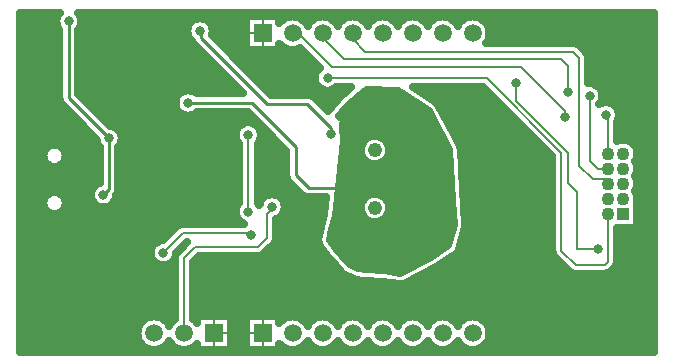
<source format=gbl>
G04 DipTrace 3.3.1.3*
G04 cmsis_dap.gbl*
%MOIN*%
G04 #@! TF.FileFunction,Copper,L2,Bot*
G04 #@! TF.Part,Single*
G04 #@! TA.AperFunction,Conductor*
%ADD13C,0.01*%
%ADD14C,0.008*%
G04 #@! TA.AperFunction,CopperBalancing*
%ADD15C,0.025*%
%ADD16C,0.00799*%
G04 #@! TA.AperFunction,ComponentPad*
%ADD21R,0.059055X0.059055*%
%ADD22C,0.059055*%
%ADD26R,0.043307X0.043307*%
%ADD27C,0.043307*%
%ADD35C,0.047638*%
G04 #@! TA.AperFunction,ViaPad*
%ADD36C,0.031496*%
%FSLAX26Y26*%
G04*
G70*
G90*
G75*
G01*
G04 Bottom*
%LPD*%
X2086613Y1169291D2*
D13*
X2082676Y1173228D1*
X2074802Y681102D2*
X2070865Y685039D1*
Y874015D2*
X2062991Y866141D1*
X740157Y1196850D2*
X736220Y1200787D1*
X1019684Y1488188D2*
X1023621D1*
Y1464566D1*
X1244094Y1244094D1*
X1377952D1*
X1456692Y1165354D1*
Y1145669D1*
X1259842Y901574D2*
D14*
X1263779Y897637D1*
X1244094Y877952D1*
Y799212D1*
X1212598Y767716D1*
X1003936D1*
X966928Y730708D1*
Y480314D1*
X697637Y941731D2*
D13*
X716535Y960629D1*
Y1129920D1*
X582676Y1263779D1*
Y1519684D1*
X1822834Y917322D2*
Y964566D1*
X1381889D1*
X1338582Y1007873D1*
Y1102361D1*
X1192913Y1248031D1*
X980314D1*
X1511810Y1170472D2*
X1514566Y1173228D1*
X1188976Y807086D2*
D14*
X1181102Y814960D1*
X964566D1*
X897637Y748031D1*
X2379133Y877952D2*
Y719291D1*
X2368503Y708661D1*
X2271653D1*
X2224409Y755905D1*
Y1082676D1*
X1976377Y1330708D1*
X1444881D1*
X2379133Y977952D2*
Y990944D1*
X2375591Y994486D1*
X2328347D1*
X2283464Y1039369D1*
Y1397637D1*
X2263779Y1417322D1*
X1570865D1*
X1528346Y1459842D1*
Y1480314D1*
X1181102Y885826D2*
Y1141731D1*
X2379133Y1077952D2*
Y1203543D1*
X2374015Y1208661D1*
X2236220Y1200787D2*
Y1220472D1*
X2090550Y1366141D1*
X1460629D1*
X1346456Y1480314D1*
X1328346D1*
X2379133Y1027952D2*
X2346062D1*
X2318897Y1055117D1*
Y1271653D1*
X2248031Y1283464D2*
Y1370078D1*
X2224409Y1393700D1*
X1499999D1*
X1428346Y1465354D1*
Y1480314D1*
X2346456Y759842D2*
X2275590D1*
Y952755D1*
X2248031Y980314D1*
Y1082676D1*
X2074802Y1255905D1*
Y1314960D1*
D36*
X2086613Y1169291D3*
X2074802Y681102D3*
X2070865Y874015D3*
X740157Y1196850D3*
X1019684Y1488188D3*
X1456692Y1145669D3*
X1259842Y901574D3*
X697637Y941731D3*
X582676Y1519684D3*
X716535Y1129920D3*
X1822834Y917322D3*
X980314Y1248031D3*
X1511810Y1170472D3*
X1188976Y807086D3*
X897637Y748031D3*
X1444881Y1330708D3*
X1181102Y885826D3*
Y1141731D3*
X2374015Y1208661D3*
X2236220Y1200787D3*
X2318897Y1271653D3*
X2248031Y1283464D3*
X2346456Y759842D3*
X2074802Y1314960D3*
X421718Y1524434D2*
D15*
X538186D1*
X627155D2*
X995494D1*
X1043878D2*
X1169819D1*
X1365364D2*
X1391297D1*
X1465374D2*
X1491306D1*
X1565383D2*
X1591315D1*
X1665392D2*
X1691324D1*
X1765365D2*
X1791298D1*
X1865375D2*
X1891307D1*
X1965384D2*
X2531050D1*
X421718Y1499565D2*
X543030D1*
X622311D2*
X976511D1*
X1062861D2*
X1169819D1*
X1983470D2*
X2531050D1*
X421718Y1474696D2*
X548664D1*
X616677D2*
X977157D1*
X1062215D2*
X1169819D1*
X1986591D2*
X2531050D1*
X421718Y1449827D2*
X548664D1*
X616677D2*
X993269D1*
X1085396D2*
X1169819D1*
X1977836D2*
X2531050D1*
X421718Y1424959D2*
X548664D1*
X616677D2*
X1016163D1*
X1110264D2*
X1169819D1*
X1286886D2*
X1317196D1*
X1339520D2*
X1356166D1*
X2301762D2*
X2531050D1*
X421718Y1400090D2*
X548664D1*
X616677D2*
X1041067D1*
X1135131D2*
X1381034D1*
X2316367D2*
X2531050D1*
X421718Y1375221D2*
X548664D1*
X616677D2*
X1065935D1*
X1159999D2*
X1405901D1*
X2316475D2*
X2531050D1*
X421718Y1350352D2*
X548664D1*
X616677D2*
X1090802D1*
X1184867D2*
X1404968D1*
X2316475D2*
X2531050D1*
X421718Y1325483D2*
X548664D1*
X616677D2*
X1115670D1*
X1209735D2*
X1400447D1*
X2316475D2*
X2531050D1*
X421718Y1300615D2*
X548664D1*
X616677D2*
X1140538D1*
X1234638D2*
X1412719D1*
X2352144D2*
X2531050D1*
X421718Y1275746D2*
X548664D1*
X617753D2*
X945938D1*
X1259506D2*
X1492885D1*
X1770497D2*
X1985718D1*
X2363447D2*
X2531050D1*
X421718Y1250877D2*
X551427D1*
X642621D2*
X935675D1*
X1418222D2*
X1469309D1*
X1807816D2*
X2010586D1*
X2358172D2*
X2531050D1*
X421718Y1226008D2*
X573388D1*
X667489D2*
X941775D1*
X1825077D2*
X2035454D1*
X2415049D2*
X2531050D1*
X421718Y1201140D2*
X598256D1*
X692356D2*
X1192749D1*
X1838210D2*
X2060321D1*
X2418099D2*
X2531050D1*
X421718Y1176271D2*
X623124D1*
X717224D2*
X1154282D1*
X1851380D2*
X2085189D1*
X2412142D2*
X2531050D1*
X421718Y1151402D2*
X647992D1*
X755405D2*
X1137488D1*
X1224734D2*
X1242485D1*
X1864549D2*
X2110057D1*
X2412142D2*
X2531050D1*
X421718Y1126533D2*
X671926D1*
X761146D2*
X1139174D1*
X1223012D2*
X1267353D1*
X1877719D2*
X2134925D1*
X2412142D2*
X2531050D1*
X421718Y1101665D2*
X509945D1*
X559334D2*
X682548D1*
X750525D2*
X1148109D1*
X1214113D2*
X1292220D1*
X1890207D2*
X2159792D1*
X2473540D2*
X2531050D1*
X421718Y1076796D2*
X495161D1*
X574118D2*
X682548D1*
X750525D2*
X1148109D1*
X1214113D2*
X1304564D1*
X1892324D2*
X2184660D1*
X2479784D2*
X2531050D1*
X421718Y1051927D2*
X500436D1*
X568843D2*
X682548D1*
X750525D2*
X1148109D1*
X1214113D2*
X1304564D1*
X1893831D2*
X2191406D1*
X2473396D2*
X2531050D1*
X421718Y1027058D2*
X682548D1*
X750525D2*
X1148109D1*
X1214113D2*
X1304564D1*
X1895338D2*
X2191406D1*
X2479784D2*
X2531050D1*
X421718Y1002190D2*
X682548D1*
X750525D2*
X1148109D1*
X1214113D2*
X1305103D1*
X1896845D2*
X2191406D1*
X2473253D2*
X2531050D1*
X421718Y977321D2*
X672357D1*
X750525D2*
X1148109D1*
X1214113D2*
X1322076D1*
X1898352D2*
X2191406D1*
X2479784D2*
X2531050D1*
X421718Y952452D2*
X654271D1*
X749448D2*
X1148109D1*
X1214113D2*
X1346944D1*
X1900075D2*
X2191406D1*
X2473073D2*
X2531050D1*
X421718Y927583D2*
X497314D1*
X571965D2*
X655312D1*
X739939D2*
X1148109D1*
X1295641D2*
X1437408D1*
X1902012D2*
X2191406D1*
X2479784D2*
X2531050D1*
X421718Y902714D2*
X496632D1*
X572647D2*
X678924D1*
X716327D2*
X1139892D1*
X1304577D2*
X1434645D1*
X1903627D2*
X2191406D1*
X2479784D2*
X2531050D1*
X421718Y877846D2*
X523545D1*
X545734D2*
X1137129D1*
X1297292D2*
X1431702D1*
X1904919D2*
X2191406D1*
X2479784D2*
X2531050D1*
X421718Y852977D2*
X1152021D1*
X1277089D2*
X1424920D1*
X1906247D2*
X2191406D1*
X2479784D2*
X2531050D1*
X421718Y828108D2*
X932087D1*
X1277089D2*
X1418927D1*
X1905063D2*
X2191406D1*
X2412142D2*
X2531050D1*
X421718Y803239D2*
X907219D1*
X1277089D2*
X1414406D1*
X1898137D2*
X2191406D1*
X2412142D2*
X2531050D1*
X421718Y778371D2*
X865737D1*
X1268872D2*
X1413545D1*
X1891247D2*
X2191406D1*
X2412142D2*
X2531050D1*
X421718Y753502D2*
X853249D1*
X1244004D2*
X1429836D1*
X1883137D2*
X2191514D1*
X2412142D2*
X2531050D1*
X421718Y728633D2*
X857591D1*
X1010470D2*
X1447850D1*
X1850698D2*
X2206047D1*
X2412142D2*
X2531050D1*
X421718Y703764D2*
X933917D1*
X999920D2*
X1470636D1*
X1814527D2*
X2230915D1*
X2407872D2*
X2531050D1*
X421718Y678896D2*
X933917D1*
X999920D2*
X1494392D1*
X1767554D2*
X2262493D1*
X2377657D2*
X2531050D1*
X421718Y654027D2*
X933917D1*
X999920D2*
X1576746D1*
X1719613D2*
X2531050D1*
X421718Y629158D2*
X933917D1*
X999920D2*
X2531050D1*
X421718Y604289D2*
X933917D1*
X999920D2*
X2531050D1*
X421718Y579420D2*
X933917D1*
X999920D2*
X2531050D1*
X421718Y554552D2*
X933917D1*
X999920D2*
X2531050D1*
X421718Y529683D2*
X837927D1*
X895927D2*
X933917D1*
X1125443D2*
X1169819D1*
X1357326D2*
X1399371D1*
X1457336D2*
X1499344D1*
X1557345D2*
X1599353D1*
X1657354D2*
X1699362D1*
X1757327D2*
X1799372D1*
X1857337D2*
X1899345D1*
X1957346D2*
X2531050D1*
X421718Y504814D2*
X814028D1*
X1125443D2*
X1169819D1*
X1981245D2*
X2531050D1*
X421718Y479945D2*
X808394D1*
X1125443D2*
X1169819D1*
X1986878D2*
X2531050D1*
X421718Y455077D2*
X814422D1*
X1125443D2*
X1169819D1*
X1980850D2*
X2531050D1*
X421718Y430208D2*
X839362D1*
X894492D2*
X939371D1*
X994501D2*
X1008412D1*
X1125443D2*
X1169819D1*
X1286886D2*
X1300761D1*
X1355927D2*
X1400770D1*
X1455900D2*
X1500779D1*
X1555909D2*
X1600788D1*
X1655919D2*
X1700762D1*
X1755928D2*
X1800771D1*
X1855901D2*
X1900780D1*
X1955910D2*
X2531050D1*
X1174155Y1536342D2*
X1284373D1*
Y1515034D1*
X1288728Y1519932D1*
X1295413Y1525641D1*
X1302910Y1530235D1*
X1311032Y1533600D1*
X1319581Y1535652D1*
X1328346Y1536342D1*
X1337110Y1535652D1*
X1345659Y1533600D1*
X1353782Y1530235D1*
X1361278Y1525641D1*
X1367963Y1519932D1*
X1373673Y1513246D1*
X1378346Y1505578D1*
X1383018Y1513246D1*
X1388728Y1519932D1*
X1395413Y1525641D1*
X1402910Y1530235D1*
X1411032Y1533600D1*
X1419581Y1535652D1*
X1428346Y1536342D1*
X1437110Y1535652D1*
X1445659Y1533600D1*
X1453782Y1530235D1*
X1461278Y1525641D1*
X1467963Y1519932D1*
X1473673Y1513246D1*
X1478346Y1505578D1*
X1483018Y1513246D1*
X1488728Y1519932D1*
X1495413Y1525641D1*
X1502910Y1530235D1*
X1511032Y1533600D1*
X1519581Y1535652D1*
X1528346Y1536342D1*
X1537110Y1535652D1*
X1545659Y1533600D1*
X1553782Y1530235D1*
X1561278Y1525641D1*
X1567963Y1519932D1*
X1573673Y1513246D1*
X1578346Y1505578D1*
X1583018Y1513246D1*
X1588728Y1519932D1*
X1595413Y1525641D1*
X1602910Y1530235D1*
X1611032Y1533600D1*
X1619581Y1535652D1*
X1628346Y1536342D1*
X1637110Y1535652D1*
X1645659Y1533600D1*
X1653782Y1530235D1*
X1661278Y1525641D1*
X1667963Y1519932D1*
X1673673Y1513246D1*
X1678346Y1505578D1*
X1683018Y1513246D1*
X1688728Y1519932D1*
X1695413Y1525641D1*
X1702910Y1530235D1*
X1711032Y1533600D1*
X1719581Y1535652D1*
X1728346Y1536342D1*
X1737110Y1535652D1*
X1745659Y1533600D1*
X1753782Y1530235D1*
X1761278Y1525641D1*
X1767963Y1519932D1*
X1773673Y1513246D1*
X1778346Y1505578D1*
X1783018Y1513246D1*
X1788728Y1519932D1*
X1795413Y1525641D1*
X1802910Y1530235D1*
X1811032Y1533600D1*
X1819581Y1535652D1*
X1828346Y1536342D1*
X1837110Y1535652D1*
X1845659Y1533600D1*
X1853782Y1530235D1*
X1861278Y1525641D1*
X1867963Y1519932D1*
X1873673Y1513246D1*
X1878346Y1505578D1*
X1883018Y1513246D1*
X1888728Y1519932D1*
X1895413Y1525641D1*
X1902910Y1530235D1*
X1911032Y1533600D1*
X1919581Y1535652D1*
X1928346Y1536342D1*
X1937110Y1535652D1*
X1945659Y1533600D1*
X1953782Y1530235D1*
X1961278Y1525641D1*
X1967963Y1519932D1*
X1973673Y1513246D1*
X1978267Y1505750D1*
X1981631Y1497628D1*
X1983683Y1489079D1*
X1984373Y1480314D1*
X1983683Y1471550D1*
X1981631Y1463001D1*
X1978267Y1454878D1*
X1973969Y1447825D1*
X2266172Y1447728D1*
X2270899Y1446979D1*
X2275451Y1445500D1*
X2279715Y1443328D1*
X2283587Y1440514D1*
X2305031Y1419204D1*
X2308139Y1415564D1*
X2310640Y1411484D1*
X2312471Y1407062D1*
X2313588Y1402408D1*
X2313963Y1397628D1*
X2313964Y1313632D1*
X2318897Y1313901D1*
X2325506Y1313381D1*
X2331952Y1311833D1*
X2338077Y1309296D1*
X2343730Y1305832D1*
X2348771Y1301527D1*
X2353076Y1296486D1*
X2356540Y1290833D1*
X2359077Y1284708D1*
X2360625Y1278262D1*
X2361145Y1271653D1*
X2360625Y1265044D1*
X2359077Y1258597D1*
X2356540Y1252473D1*
X2353076Y1246820D1*
X2350767Y1243939D1*
X2354835Y1246304D1*
X2360960Y1248841D1*
X2367406Y1250389D1*
X2374015Y1250909D1*
X2380624Y1250389D1*
X2387070Y1248841D1*
X2393195Y1246304D1*
X2398848Y1242840D1*
X2403889Y1238534D1*
X2408194Y1233493D1*
X2411658Y1227841D1*
X2414195Y1221716D1*
X2415743Y1215270D1*
X2416263Y1208661D1*
X2415743Y1202052D1*
X2414195Y1195605D1*
X2411658Y1189480D1*
X2409627Y1185972D1*
X2409633Y1121978D1*
X2414253Y1123749D1*
X2421600Y1125513D1*
X2429133Y1126106D1*
X2436666Y1125513D1*
X2444013Y1123749D1*
X2450994Y1120857D1*
X2457437Y1116909D1*
X2463183Y1112002D1*
X2468090Y1106256D1*
X2472038Y1099813D1*
X2474930Y1092832D1*
X2476694Y1085485D1*
X2477287Y1077952D1*
X2476694Y1070419D1*
X2474930Y1063072D1*
X2472038Y1056091D1*
X2470285Y1052959D1*
X2473621Y1046380D1*
X2475956Y1039193D1*
X2477138Y1031730D1*
Y1024174D1*
X2475956Y1016711D1*
X2473621Y1009524D1*
X2470285Y1002959D1*
X2473621Y996380D1*
X2475956Y989193D1*
X2477138Y981730D1*
Y974174D1*
X2475956Y966711D1*
X2473621Y959524D1*
X2470285Y952959D1*
X2473621Y946380D1*
X2475956Y939193D1*
X2477138Y931730D1*
X2477287Y926105D1*
Y829798D1*
X2409645D1*
X2409539Y716898D1*
X2408790Y712170D1*
X2407312Y707619D1*
X2405139Y703354D1*
X2402326Y699482D1*
X2390070Y687094D1*
X2386431Y683986D1*
X2382350Y681485D1*
X2377928Y679653D1*
X2373274Y678536D1*
X2368503Y678161D1*
X2269260Y678255D1*
X2264533Y679003D1*
X2259981Y680482D1*
X2255716Y682655D1*
X2251845Y685468D1*
X2202842Y734338D1*
X2199734Y737977D1*
X2197233Y742058D1*
X2195401Y746480D1*
X2194284Y751133D1*
X2193909Y755905D1*
Y1070071D1*
X1963743Y1300208D1*
X1731324D1*
X1808231Y1248764D1*
X1811217Y1245870D1*
X1813713Y1242544D1*
X1866336Y1143319D1*
X1886865Y1104186D1*
X1888079Y1100209D1*
X1888655Y1096091D1*
X1897205Y957439D1*
X1900961Y905604D1*
X1904436Y837646D1*
X1903963Y833514D1*
X1883805Y760641D1*
X1881558Y755074D1*
X1879293Y751587D1*
X1876511Y748496D1*
X1873280Y745879D1*
X1807473Y700883D1*
X1699487Y644964D1*
X1695552Y643620D1*
X1691456Y642907D1*
X1687298Y642844D1*
X1631126Y650786D1*
X1567118Y654868D1*
X1537316Y659224D1*
X1533351Y660479D1*
X1498136Y678087D1*
X1494753Y680506D1*
X1486068Y689652D1*
X1446793Y732834D1*
X1418040Y774073D1*
X1416237Y777820D1*
X1415042Y781803D1*
X1414485Y785924D1*
X1414580Y790081D1*
X1422784Y835653D1*
X1434519Y878993D1*
X1440525Y933042D1*
X1379418Y933163D1*
X1374535Y933936D1*
X1369834Y935464D1*
X1365430Y937708D1*
X1361431Y940613D1*
X1316308Y985599D1*
X1313098Y989358D1*
X1310515Y993573D1*
X1308624Y998139D1*
X1307470Y1002946D1*
X1307082Y1007873D1*
Y1089294D1*
X1179872Y1216523D1*
X1008504Y1216531D1*
X1002389Y1212008D1*
X996482Y1208999D1*
X990177Y1206950D1*
X983629Y1205913D1*
X976999D1*
X970452Y1206950D1*
X964147Y1208999D1*
X958240Y1212008D1*
X952876Y1215905D1*
X948189Y1220593D1*
X944292Y1225956D1*
X941282Y1231863D1*
X939233Y1238168D1*
X938196Y1244716D1*
Y1251345D1*
X939233Y1257893D1*
X941282Y1264198D1*
X944292Y1270105D1*
X948189Y1275469D1*
X952876Y1280156D1*
X958240Y1284053D1*
X964147Y1287063D1*
X970452Y1289111D1*
X976999Y1290149D1*
X983629D1*
X990177Y1289111D1*
X996482Y1287063D1*
X1002389Y1284053D1*
X1008428Y1279532D1*
X1164077Y1279531D1*
X999668Y1444108D1*
X996763Y1448107D1*
X994519Y1452512D1*
X993660Y1454841D1*
X987559Y1460750D1*
X983662Y1466114D1*
X980652Y1472021D1*
X978604Y1478326D1*
X977566Y1484873D1*
Y1491503D1*
X978604Y1498051D1*
X980652Y1504356D1*
X983662Y1510263D1*
X987559Y1515626D1*
X992246Y1520314D1*
X997610Y1524211D1*
X1003517Y1527220D1*
X1009822Y1529269D1*
X1016370Y1530306D1*
X1022999D1*
X1029547Y1529269D1*
X1035852Y1527220D1*
X1041759Y1524211D1*
X1047122Y1520314D1*
X1051810Y1515626D1*
X1055707Y1510263D1*
X1058716Y1504356D1*
X1060765Y1498051D1*
X1061802Y1491503D1*
Y1484873D1*
X1060765Y1478326D1*
X1059259Y1473492D1*
X1257133Y1275602D1*
X1380423Y1275497D1*
X1385306Y1274723D1*
X1390007Y1273196D1*
X1394411Y1270952D1*
X1398410Y1268047D1*
X1446330Y1220263D1*
X1484975Y1266543D1*
X1519163Y1296508D1*
X1523893Y1300187D1*
X1474106Y1300208D1*
X1469714Y1296528D1*
X1464061Y1293065D1*
X1457936Y1290528D1*
X1451490Y1288980D1*
X1444881Y1288460D1*
X1438272Y1288980D1*
X1431826Y1290528D1*
X1425701Y1293065D1*
X1420048Y1296528D1*
X1415007Y1300834D1*
X1410702Y1305875D1*
X1407238Y1311528D1*
X1404701Y1317653D1*
X1403153Y1324099D1*
X1402633Y1330708D1*
X1403153Y1337317D1*
X1404701Y1343763D1*
X1407238Y1349888D1*
X1410702Y1355541D1*
X1415007Y1360582D1*
X1419326Y1364318D1*
X1353425Y1430211D1*
X1345659Y1427029D1*
X1337110Y1424976D1*
X1328346Y1424287D1*
X1319581Y1424976D1*
X1311032Y1427029D1*
X1302910Y1430393D1*
X1295413Y1434987D1*
X1288728Y1440697D1*
X1284370Y1445668D1*
X1284373Y1424287D1*
X1172318D1*
Y1536342D1*
X1174155D1*
Y536342D2*
X1284373D1*
Y515034D1*
X1288728Y519932D1*
X1295413Y525641D1*
X1302910Y530235D1*
X1311032Y533600D1*
X1319581Y535652D1*
X1328346Y536342D1*
X1337110Y535652D1*
X1345659Y533600D1*
X1353782Y530235D1*
X1361278Y525641D1*
X1367963Y519932D1*
X1373673Y513246D1*
X1378346Y505578D1*
X1383018Y513246D1*
X1388728Y519932D1*
X1395413Y525641D1*
X1402910Y530235D1*
X1411032Y533600D1*
X1419581Y535652D1*
X1428346Y536342D1*
X1437110Y535652D1*
X1445659Y533600D1*
X1453782Y530235D1*
X1461278Y525641D1*
X1467963Y519932D1*
X1473673Y513246D1*
X1478346Y505578D1*
X1483018Y513246D1*
X1488728Y519932D1*
X1495413Y525641D1*
X1502910Y530235D1*
X1511032Y533600D1*
X1519581Y535652D1*
X1528346Y536342D1*
X1537110Y535652D1*
X1545659Y533600D1*
X1553782Y530235D1*
X1561278Y525641D1*
X1567963Y519932D1*
X1573673Y513246D1*
X1578346Y505578D1*
X1583018Y513246D1*
X1588728Y519932D1*
X1595413Y525641D1*
X1602910Y530235D1*
X1611032Y533600D1*
X1619581Y535652D1*
X1628346Y536342D1*
X1637110Y535652D1*
X1645659Y533600D1*
X1653782Y530235D1*
X1661278Y525641D1*
X1667963Y519932D1*
X1673673Y513246D1*
X1678346Y505578D1*
X1683018Y513246D1*
X1688728Y519932D1*
X1695413Y525641D1*
X1702910Y530235D1*
X1711032Y533600D1*
X1719581Y535652D1*
X1728346Y536342D1*
X1737110Y535652D1*
X1745659Y533600D1*
X1753782Y530235D1*
X1761278Y525641D1*
X1767963Y519932D1*
X1773673Y513246D1*
X1778346Y505578D1*
X1783018Y513246D1*
X1788728Y519932D1*
X1795413Y525641D1*
X1802910Y530235D1*
X1811032Y533600D1*
X1819581Y535652D1*
X1828346Y536342D1*
X1837110Y535652D1*
X1845659Y533600D1*
X1853782Y530235D1*
X1861278Y525641D1*
X1867963Y519932D1*
X1873673Y513246D1*
X1878346Y505578D1*
X1883018Y513246D1*
X1888728Y519932D1*
X1895413Y525641D1*
X1902910Y530235D1*
X1911032Y533600D1*
X1919581Y535652D1*
X1928346Y536342D1*
X1937110Y535652D1*
X1945659Y533600D1*
X1953782Y530235D1*
X1961278Y525641D1*
X1967963Y519932D1*
X1973673Y513246D1*
X1978267Y505750D1*
X1981631Y497628D1*
X1983683Y489079D1*
X1984373Y480314D1*
X1983683Y471550D1*
X1981631Y463001D1*
X1978267Y454878D1*
X1973673Y447382D1*
X1967963Y440697D1*
X1961278Y434987D1*
X1953782Y430393D1*
X1945659Y427029D1*
X1937110Y424976D1*
X1928346Y424287D1*
X1919581Y424976D1*
X1911032Y427029D1*
X1902910Y430393D1*
X1895413Y434987D1*
X1888728Y440697D1*
X1883018Y447382D1*
X1878346Y455050D1*
X1873673Y447382D1*
X1867963Y440697D1*
X1861278Y434987D1*
X1853782Y430393D1*
X1845659Y427029D1*
X1837110Y424976D1*
X1828346Y424287D1*
X1819581Y424976D1*
X1811032Y427029D1*
X1802910Y430393D1*
X1795413Y434987D1*
X1788728Y440697D1*
X1783018Y447382D1*
X1778346Y455050D1*
X1773673Y447382D1*
X1767963Y440697D1*
X1761278Y434987D1*
X1753782Y430393D1*
X1745659Y427029D1*
X1737110Y424976D1*
X1728346Y424287D1*
X1719581Y424976D1*
X1711032Y427029D1*
X1702910Y430393D1*
X1695413Y434987D1*
X1688728Y440697D1*
X1683018Y447382D1*
X1678346Y455050D1*
X1673673Y447382D1*
X1667963Y440697D1*
X1661278Y434987D1*
X1653782Y430393D1*
X1645659Y427029D1*
X1637110Y424976D1*
X1628346Y424287D1*
X1619581Y424976D1*
X1611032Y427029D1*
X1602910Y430393D1*
X1595413Y434987D1*
X1588728Y440697D1*
X1583018Y447382D1*
X1578346Y455050D1*
X1573673Y447382D1*
X1567963Y440697D1*
X1561278Y434987D1*
X1553782Y430393D1*
X1545659Y427029D1*
X1537110Y424976D1*
X1528346Y424287D1*
X1519581Y424976D1*
X1511032Y427029D1*
X1502910Y430393D1*
X1495413Y434987D1*
X1488728Y440697D1*
X1483018Y447382D1*
X1478346Y455050D1*
X1473673Y447382D1*
X1467963Y440697D1*
X1461278Y434987D1*
X1453782Y430393D1*
X1445659Y427029D1*
X1437110Y424976D1*
X1428346Y424287D1*
X1419581Y424976D1*
X1411032Y427029D1*
X1402910Y430393D1*
X1395413Y434987D1*
X1388728Y440697D1*
X1383018Y447382D1*
X1378346Y455050D1*
X1373673Y447382D1*
X1367963Y440697D1*
X1361278Y434987D1*
X1353782Y430393D1*
X1345659Y427029D1*
X1337110Y424976D1*
X1328346Y424287D1*
X1319581Y424976D1*
X1311032Y427029D1*
X1302910Y430393D1*
X1295413Y434987D1*
X1288728Y440697D1*
X1284370Y445668D1*
X1284373Y424287D1*
X1172318D1*
Y536342D1*
X1174155D1*
X571851Y1068724D2*
X570935Y1062939D1*
X569125Y1057368D1*
X566466Y1052150D1*
X563023Y1047411D1*
X558882Y1043269D1*
X554143Y1039826D1*
X548924Y1037167D1*
X543354Y1035357D1*
X537568Y1034441D1*
X531711D1*
X525926Y1035357D1*
X520355Y1037167D1*
X515137Y1039826D1*
X510398Y1043269D1*
X506256Y1047411D1*
X502813Y1052150D1*
X500154Y1057368D1*
X498344Y1062939D1*
X497428Y1068724D1*
Y1074581D1*
X498344Y1080367D1*
X500154Y1085937D1*
X502813Y1091156D1*
X506256Y1095895D1*
X510398Y1100036D1*
X515137Y1103479D1*
X520355Y1106138D1*
X525926Y1107948D1*
X531711Y1108864D1*
X537568D1*
X543354Y1107948D1*
X548924Y1106138D1*
X554143Y1103479D1*
X558882Y1100036D1*
X563023Y1095895D1*
X566466Y1091156D1*
X569125Y1085937D1*
X570935Y1080367D1*
X571851Y1074581D1*
Y1068724D1*
Y911244D2*
X570935Y905459D1*
X569125Y899888D1*
X566466Y894669D1*
X563023Y889931D1*
X558882Y885789D1*
X554143Y882346D1*
X548924Y879687D1*
X543354Y877877D1*
X537568Y876961D1*
X531711D1*
X525926Y877877D1*
X520355Y879687D1*
X515137Y882346D1*
X510398Y885789D1*
X506256Y889931D1*
X502813Y894669D1*
X500154Y899888D1*
X498344Y905459D1*
X497428Y911244D1*
Y917101D1*
X498344Y922886D1*
X500154Y928457D1*
X502813Y933676D1*
X506256Y938414D1*
X510398Y942556D1*
X515137Y945999D1*
X520355Y948658D1*
X525926Y950468D1*
X531711Y951384D1*
X537568D1*
X543354Y950468D1*
X548924Y948658D1*
X554143Y945999D1*
X558882Y942556D1*
X563023Y938414D1*
X566466Y933676D1*
X569125Y928457D1*
X570935Y922886D1*
X571851Y917101D1*
Y911244D1*
X1012738Y536342D2*
X1122956D1*
Y424287D1*
X1010901D1*
Y445595D1*
X1006546Y440697D1*
X999861Y434987D1*
X992364Y430393D1*
X984242Y427029D1*
X975693Y424976D1*
X966928Y424287D1*
X958164Y424976D1*
X949615Y427029D1*
X941492Y430393D1*
X933996Y434987D1*
X927311Y440697D1*
X921601Y447382D1*
X916928Y455050D1*
X912256Y447382D1*
X906546Y440697D1*
X899861Y434987D1*
X892364Y430393D1*
X884242Y427029D1*
X875693Y424976D1*
X866928Y424287D1*
X858164Y424976D1*
X849615Y427029D1*
X841492Y430393D1*
X833996Y434987D1*
X827311Y440697D1*
X821601Y447382D1*
X817007Y454878D1*
X813643Y463001D1*
X811591Y471550D1*
X810901Y480314D1*
X811591Y489079D1*
X813643Y497628D1*
X817007Y505750D1*
X821601Y513246D1*
X827311Y519932D1*
X833996Y525641D1*
X841492Y530235D1*
X849615Y533600D1*
X858164Y535652D1*
X866928Y536342D1*
X875693Y535652D1*
X884242Y533600D1*
X892364Y530235D1*
X899861Y525641D1*
X906546Y519932D1*
X912256Y513246D1*
X916928Y505578D1*
X921601Y513246D1*
X927311Y519932D1*
X933996Y525641D1*
X936440Y527274D1*
X936429Y730717D1*
X931816Y723198D1*
X927511Y718157D1*
X922470Y713851D1*
X916817Y710387D1*
X910692Y707850D1*
X904246Y706303D1*
X897637Y705783D1*
X891028Y706303D1*
X884582Y707850D1*
X878457Y710387D1*
X872804Y713851D1*
X867763Y718157D1*
X863458Y723198D1*
X859994Y728851D1*
X857457Y734975D1*
X855909Y741422D1*
X855389Y748031D1*
X855909Y754640D1*
X857457Y761086D1*
X859994Y767211D1*
X863458Y772863D1*
X867763Y777905D1*
X872804Y782210D1*
X878457Y785674D1*
X884582Y788211D1*
X891028Y789759D1*
X896718Y790243D1*
X944758Y838152D1*
X948630Y840965D1*
X952894Y843138D1*
X957446Y844617D1*
X962173Y845366D1*
X1038057Y845460D1*
X1168046Y845646D1*
X1161921Y848183D1*
X1156269Y851647D1*
X1151228Y855952D1*
X1146922Y860993D1*
X1143458Y866646D1*
X1140921Y872771D1*
X1139374Y879217D1*
X1138854Y885826D1*
X1139374Y892435D1*
X1140921Y898881D1*
X1143458Y905006D1*
X1146922Y910659D1*
X1150603Y915024D1*
X1150602Y1112506D1*
X1146922Y1116899D1*
X1143458Y1122551D1*
X1140921Y1128676D1*
X1139374Y1135122D1*
X1138854Y1141731D1*
X1139374Y1148341D1*
X1140921Y1154787D1*
X1143458Y1160912D1*
X1146922Y1166564D1*
X1151228Y1171605D1*
X1156269Y1175911D1*
X1161921Y1179375D1*
X1168046Y1181912D1*
X1174493Y1183459D1*
X1181102Y1183980D1*
X1187711Y1183459D1*
X1194157Y1181912D1*
X1200282Y1179375D1*
X1205934Y1175911D1*
X1210975Y1171605D1*
X1215281Y1166564D1*
X1218745Y1160912D1*
X1221282Y1154787D1*
X1222829Y1148341D1*
X1223350Y1141731D1*
X1222829Y1135122D1*
X1221282Y1128676D1*
X1218745Y1122551D1*
X1215281Y1116899D1*
X1211600Y1112533D1*
X1211602Y915051D1*
X1215281Y910659D1*
X1217890Y906532D1*
X1218761Y911437D1*
X1220810Y917742D1*
X1223819Y923649D1*
X1227716Y929012D1*
X1232404Y933700D1*
X1237767Y937596D1*
X1243674Y940606D1*
X1249979Y942655D1*
X1256527Y943692D1*
X1263156D1*
X1269704Y942655D1*
X1276009Y940606D1*
X1281916Y937596D1*
X1287280Y933700D1*
X1291967Y929012D1*
X1295864Y923649D1*
X1298874Y917742D1*
X1300922Y911437D1*
X1301960Y904889D1*
Y898259D1*
X1300922Y891711D1*
X1298874Y885406D1*
X1295864Y879499D1*
X1291967Y874136D1*
X1287280Y869448D1*
X1281916Y865552D1*
X1276009Y862542D1*
X1274587Y862017D1*
X1274500Y796819D1*
X1273751Y792092D1*
X1272272Y787540D1*
X1270099Y783276D1*
X1267286Y779404D1*
X1234164Y746149D1*
X1230525Y743041D1*
X1226444Y740540D1*
X1222023Y738708D1*
X1217369Y737591D1*
X1212598Y737216D1*
X1016562D1*
X997414Y718060D1*
X997429Y527280D1*
X1003315Y522918D1*
X1009532Y516701D1*
X1010904Y514960D1*
X1010901Y536342D1*
X1012738D1*
X945387Y752300D2*
X977561Y784474D1*
X966646Y773906D1*
X939876Y747136D1*
X939753Y744555D1*
X942253Y748635D1*
X945368Y752281D1*
X685035Y982052D2*
Y1101762D1*
X680512Y1107846D1*
X677503Y1113753D1*
X675454Y1120058D1*
X674381Y1127525D1*
X558724Y1243321D1*
X555818Y1247320D1*
X553574Y1251724D1*
X552047Y1256425D1*
X551273Y1261307D1*
X551176Y1328083D1*
Y1491536D1*
X546654Y1497610D1*
X543644Y1503517D1*
X541596Y1509822D1*
X540559Y1516370D1*
Y1522999D1*
X541596Y1529547D1*
X543644Y1535852D1*
X546654Y1541759D1*
X550551Y1547122D1*
X552565Y1549301D1*
X419234Y1549302D1*
X419200Y419214D1*
X2533520Y419200D1*
X2533554Y1549288D1*
X612794Y1549302D1*
X616856Y1544517D1*
X620320Y1538864D1*
X622857Y1532740D1*
X624404Y1526293D1*
X624924Y1519684D1*
X624404Y1513075D1*
X622857Y1506629D1*
X620320Y1500504D1*
X616856Y1494851D1*
X614178Y1491571D1*
X614176Y1276856D1*
X718905Y1172098D1*
X726397Y1171001D1*
X732702Y1168953D1*
X738609Y1165943D1*
X743973Y1162046D1*
X748660Y1157358D1*
X752557Y1151995D1*
X755567Y1146088D1*
X757615Y1139783D1*
X758652Y1133235D1*
Y1126606D1*
X757615Y1120058D1*
X755567Y1113753D1*
X752557Y1107846D1*
X748036Y1101807D1*
X747938Y958158D1*
X747164Y953276D1*
X745637Y948575D1*
X743393Y944170D1*
X740481Y940164D1*
X739755Y938417D1*
X738718Y931869D1*
X736669Y925564D1*
X733659Y919657D1*
X729763Y914294D1*
X725075Y909606D1*
X719712Y905709D1*
X713805Y902699D1*
X707500Y900651D1*
X700952Y899614D1*
X694322D1*
X687774Y900651D1*
X681469Y902699D1*
X675562Y905709D1*
X670199Y909606D1*
X665511Y914294D1*
X661615Y919657D1*
X658605Y925564D1*
X656556Y931869D1*
X655519Y938417D1*
Y945046D1*
X656556Y951594D1*
X658605Y957899D1*
X661615Y963806D1*
X665511Y969169D1*
X670199Y973857D1*
X675562Y977754D1*
X681469Y980764D1*
X685043Y982042D1*
X1228346Y1536306D2*
D16*
Y1424322D1*
X1172354Y1480314D2*
X1228346D1*
Y536306D2*
Y424322D1*
X1172354Y480314D2*
X1228346D1*
X1066928Y536306D2*
Y424322D1*
Y480314D2*
X1122920D1*
X1545708Y1265780D2*
D15*
X1710154D1*
X1517288Y1240911D2*
X1747437D1*
X1496045Y1216043D2*
X1781204D1*
X1501571Y1191174D2*
X1794374D1*
X1500602Y1166305D2*
X1807543D1*
X1502073Y1141436D2*
X1820713D1*
X1502647Y1116567D2*
X1560983D1*
X1644533D2*
X1833882D1*
X1499884Y1091699D2*
X1552981D1*
X1652571D2*
X1847052D1*
X1497121Y1066830D2*
X1559081D1*
X1646435D2*
X1848846D1*
X1494358Y1041961D2*
X1850353D1*
X1491595Y1017092D2*
X1851860D1*
X1488832Y992224D2*
X1853367D1*
X1486069Y967355D2*
X1854874D1*
X1483306Y942486D2*
X1584056D1*
X1621460D2*
X1856740D1*
X1480543Y917617D2*
X1557179D1*
X1648337D2*
X1858642D1*
X1477780Y892749D2*
X1553232D1*
X1652284D2*
X1860078D1*
X1474407Y867880D2*
X1563782D1*
X1641734D2*
X1861405D1*
X1467624Y843011D2*
X1862697D1*
X1461739Y818142D2*
X1856812D1*
X1457218Y793273D2*
X1849887D1*
X1472002Y768405D2*
X1834708D1*
X1492097Y743536D2*
X1798536D1*
X1514884Y718667D2*
X1754542D1*
X1572873Y693798D2*
X1706601D1*
X1649933Y894318D2*
X1648772Y886984D1*
X1646477Y879923D1*
X1643106Y873307D1*
X1638742Y867300D1*
X1633492Y862049D1*
X1627484Y857685D1*
X1620869Y854314D1*
X1613807Y852019D1*
X1606473Y850858D1*
X1599048D1*
X1591714Y852019D1*
X1584652Y854314D1*
X1578036Y857685D1*
X1572029Y862049D1*
X1566779Y867300D1*
X1562414Y873307D1*
X1559043Y879923D1*
X1556749Y886984D1*
X1555587Y894318D1*
Y901743D1*
X1556749Y909077D1*
X1559043Y916139D1*
X1562414Y922755D1*
X1566779Y928762D1*
X1572029Y934012D1*
X1578036Y938377D1*
X1584652Y941748D1*
X1591714Y944042D1*
X1599048Y945204D1*
X1606473D1*
X1613807Y944042D1*
X1620869Y941748D1*
X1627484Y938377D1*
X1633492Y934012D1*
X1638742Y928762D1*
X1643106Y922755D1*
X1646477Y916139D1*
X1648772Y909077D1*
X1649933Y901743D1*
Y894318D1*
Y1086444D2*
X1648772Y1079110D1*
X1646477Y1072049D1*
X1643106Y1065433D1*
X1638742Y1059426D1*
X1633492Y1054175D1*
X1627484Y1049811D1*
X1620869Y1046440D1*
X1613807Y1044145D1*
X1606473Y1042984D1*
X1599048D1*
X1591714Y1044145D1*
X1584652Y1046440D1*
X1578036Y1049811D1*
X1572029Y1054175D1*
X1566779Y1059426D1*
X1562414Y1065433D1*
X1559043Y1072049D1*
X1556749Y1079110D1*
X1555587Y1086444D1*
Y1093869D1*
X1556749Y1101203D1*
X1559043Y1108265D1*
X1562414Y1114881D1*
X1566779Y1120888D1*
X1572029Y1126138D1*
X1578036Y1130503D1*
X1584652Y1133874D1*
X1591714Y1136168D1*
X1599048Y1137330D1*
X1606473D1*
X1613807Y1136168D1*
X1620869Y1133874D1*
X1627484Y1130503D1*
X1633492Y1126138D1*
X1638742Y1120888D1*
X1643106Y1114881D1*
X1646477Y1108265D1*
X1648772Y1101203D1*
X1649933Y1093869D1*
Y1086444D1*
X1512919Y1239284D2*
X1483055Y1203447D1*
X1488114Y1200864D1*
X1490782Y1199634D1*
X1493877Y1197027D1*
X1498574Y1191994D1*
X1499911Y1189377D1*
X1500600Y1186521D1*
X1500603Y1183582D1*
X1499920Y1180724D1*
X1498589Y1178105D1*
X1498010Y1177307D1*
X1497809Y1171369D1*
X1500627Y1120816D1*
X1472905Y871660D1*
X1461020Y827941D1*
X1454172Y790279D1*
X1478272Y755872D1*
X1519485Y710912D1*
X1547105Y697115D1*
X1572107Y693551D1*
X1635617Y689540D1*
X1686744Y682236D1*
X1788825Y735145D1*
X1847422Y775429D1*
X1865364Y839969D1*
X1860847Y921586D1*
X1856489Y982149D1*
X1849892Y1091001D1*
X1781772Y1219699D1*
X1681057Y1286843D1*
X1574975Y1290500D1*
X1543383Y1265938D1*
X1512903Y1239267D1*
D21*
X1228346Y1480314D3*
D22*
X1328346D3*
X1428346D3*
X1528346D3*
X1628346D3*
X1728346D3*
X1828346D3*
X1928346D3*
D21*
X1228346Y480314D3*
D22*
X1328346D3*
X1428346D3*
X1528346D3*
X1628346D3*
X1728346D3*
X1828346D3*
X1928346D3*
D26*
X2429133Y877952D3*
D27*
X2379133D3*
X2429133Y927952D3*
X2379133D3*
X2429133Y977952D3*
X2379133D3*
X2429133Y1027952D3*
X2379133D3*
X2429133Y1077952D3*
X2379133D3*
D21*
X1066928Y480314D3*
D22*
X966928D3*
X866928D3*
D35*
X1602760Y898031D3*
Y1090157D3*
M02*

</source>
